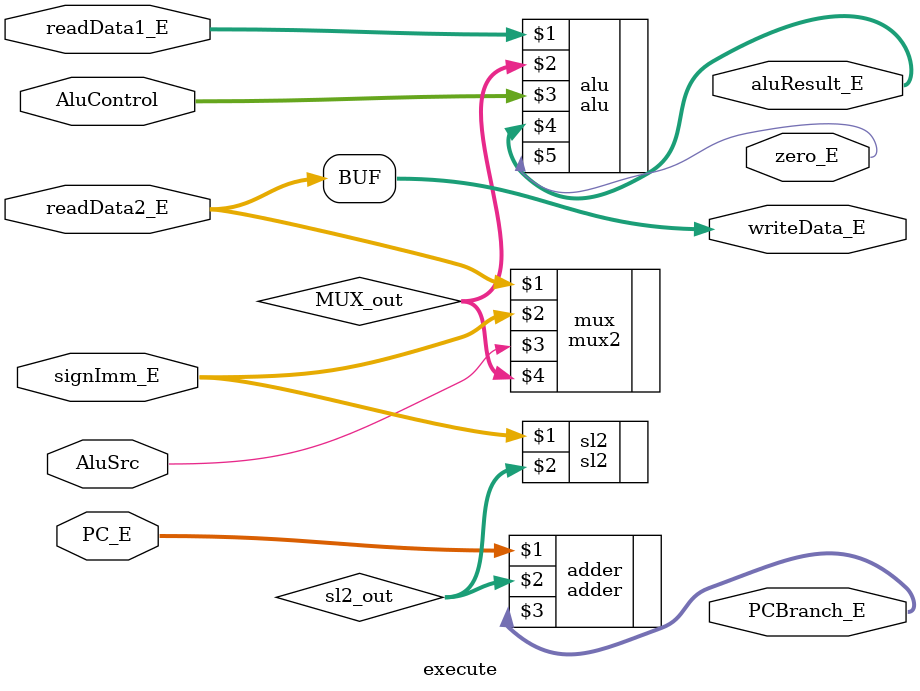
<source format=sv>
module execute #(parameter N = 64) //N-1
(
					input logic AluSrc,
					input logic [3:0] AluControl,
					input logic [N-1:0] PC_E, signImm_E, readData1_E, readData2_E,
					output logic [N-1:0] PCBranch_E, aluResult_E, writeData_E,
					output logic zero_E
	);
	logic [N-1:0] MUX_out;
	logic [N-1:0] sl2_out;
	
	sl2 sl2(signImm_E,sl2_out);
	mux2 mux(readData2_E, signImm_E, AluSrc, MUX_out);
	adder adder(PC_E,sl2_out,PCBranch_E);
	alu alu(readData1_E,MUX_out,AluControl,aluResult_E, zero_E);
	
	assign writeData_E = readData2_E;
	
endmodule

</source>
